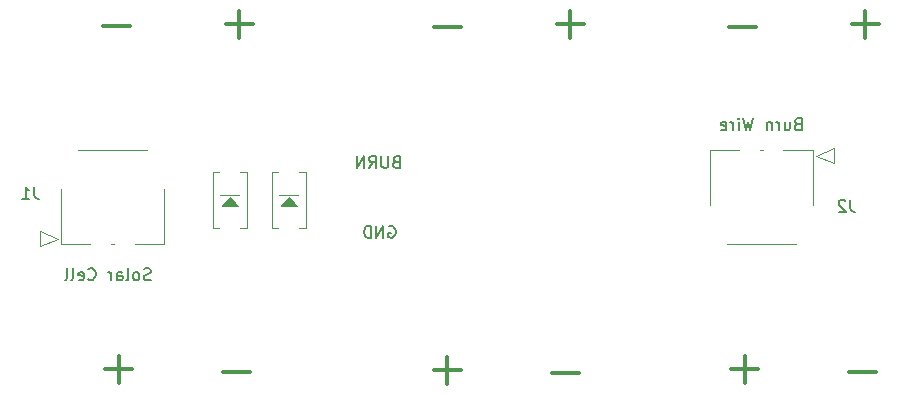
<source format=gbo>
G04 #@! TF.GenerationSoftware,KiCad,Pcbnew,(6.0.5-0)*
G04 #@! TF.CreationDate,2023-01-03T07:11:01-05:00*
G04 #@! TF.ProjectId,bottom-adapter,626f7474-6f6d-42d6-9164-61707465722e,2*
G04 #@! TF.SameCoordinates,Original*
G04 #@! TF.FileFunction,Legend,Bot*
G04 #@! TF.FilePolarity,Positive*
%FSLAX46Y46*%
G04 Gerber Fmt 4.6, Leading zero omitted, Abs format (unit mm)*
G04 Created by KiCad (PCBNEW (6.0.5-0)) date 2023-01-03 07:11:01*
%MOMM*%
%LPD*%
G01*
G04 APERTURE LIST*
%ADD10C,0.300000*%
%ADD11C,0.150000*%
%ADD12C,0.120000*%
%ADD13C,0.100000*%
%ADD14C,3.000000*%
%ADD15C,5.500000*%
%ADD16C,4.300000*%
%ADD17R,2.000000X2.000000*%
%ADD18R,1.100000X1.450000*%
%ADD19R,1.350000X2.899999*%
%ADD20R,1.700000X2.500000*%
G04 APERTURE END LIST*
D10*
X112257142Y-113185714D02*
X114542857Y-113185714D01*
X113400000Y-112042857D02*
X113400000Y-114328571D01*
X149742857Y-113314285D02*
X147457142Y-113314285D01*
X139542857Y-84114285D02*
X137257142Y-84114285D01*
X114542857Y-84114285D02*
X112257142Y-84114285D01*
X84457142Y-113085714D02*
X86742857Y-113085714D01*
X85600000Y-111942857D02*
X85600000Y-114228571D01*
D11*
X109076190Y-95528571D02*
X108933333Y-95576190D01*
X108885714Y-95623809D01*
X108838095Y-95719047D01*
X108838095Y-95861904D01*
X108885714Y-95957142D01*
X108933333Y-96004761D01*
X109028571Y-96052380D01*
X109409523Y-96052380D01*
X109409523Y-95052380D01*
X109076190Y-95052380D01*
X108980952Y-95100000D01*
X108933333Y-95147619D01*
X108885714Y-95242857D01*
X108885714Y-95338095D01*
X108933333Y-95433333D01*
X108980952Y-95480952D01*
X109076190Y-95528571D01*
X109409523Y-95528571D01*
X108409523Y-95052380D02*
X108409523Y-95861904D01*
X108361904Y-95957142D01*
X108314285Y-96004761D01*
X108219047Y-96052380D01*
X108028571Y-96052380D01*
X107933333Y-96004761D01*
X107885714Y-95957142D01*
X107838095Y-95861904D01*
X107838095Y-95052380D01*
X106790476Y-96052380D02*
X107123809Y-95576190D01*
X107361904Y-96052380D02*
X107361904Y-95052380D01*
X106980952Y-95052380D01*
X106885714Y-95100000D01*
X106838095Y-95147619D01*
X106790476Y-95242857D01*
X106790476Y-95385714D01*
X106838095Y-95480952D01*
X106885714Y-95528571D01*
X106980952Y-95576190D01*
X107361904Y-95576190D01*
X106361904Y-96052380D02*
X106361904Y-95052380D01*
X105790476Y-96052380D01*
X105790476Y-95052380D01*
D10*
X94657142Y-83885714D02*
X96942857Y-83885714D01*
X95800000Y-82742857D02*
X95800000Y-85028571D01*
X86542857Y-84014285D02*
X84257142Y-84014285D01*
X124542857Y-113414285D02*
X122257142Y-113414285D01*
X96742857Y-113314285D02*
X94457142Y-113314285D01*
D11*
X108461904Y-101000000D02*
X108557142Y-100952380D01*
X108700000Y-100952380D01*
X108842857Y-101000000D01*
X108938095Y-101095238D01*
X108985714Y-101190476D01*
X109033333Y-101380952D01*
X109033333Y-101523809D01*
X108985714Y-101714285D01*
X108938095Y-101809523D01*
X108842857Y-101904761D01*
X108700000Y-101952380D01*
X108604761Y-101952380D01*
X108461904Y-101904761D01*
X108414285Y-101857142D01*
X108414285Y-101523809D01*
X108604761Y-101523809D01*
X107985714Y-101952380D02*
X107985714Y-100952380D01*
X107414285Y-101952380D01*
X107414285Y-100952380D01*
X106938095Y-101952380D02*
X106938095Y-100952380D01*
X106700000Y-100952380D01*
X106557142Y-101000000D01*
X106461904Y-101095238D01*
X106414285Y-101190476D01*
X106366666Y-101380952D01*
X106366666Y-101523809D01*
X106414285Y-101714285D01*
X106461904Y-101809523D01*
X106557142Y-101904761D01*
X106700000Y-101952380D01*
X106938095Y-101952380D01*
D10*
X147657142Y-83885714D02*
X149942857Y-83885714D01*
X148800000Y-82742857D02*
X148800000Y-85028571D01*
X123814285Y-82757142D02*
X123814285Y-85042857D01*
X124957142Y-83900000D02*
X122671428Y-83900000D01*
X138614285Y-111967142D02*
X138614285Y-114252857D01*
X139757142Y-113110000D02*
X137471428Y-113110000D01*
D11*
X147533333Y-98752380D02*
X147533333Y-99466666D01*
X147580952Y-99609523D01*
X147676190Y-99704761D01*
X147819047Y-99752380D01*
X147914285Y-99752380D01*
X147104761Y-98847619D02*
X147057142Y-98800000D01*
X146961904Y-98752380D01*
X146723809Y-98752380D01*
X146628571Y-98800000D01*
X146580952Y-98847619D01*
X146533333Y-98942857D01*
X146533333Y-99038095D01*
X146580952Y-99180952D01*
X147152380Y-99752380D01*
X146533333Y-99752380D01*
X143071428Y-92328571D02*
X142928571Y-92376190D01*
X142880952Y-92423809D01*
X142833333Y-92519047D01*
X142833333Y-92661904D01*
X142880952Y-92757142D01*
X142928571Y-92804761D01*
X143023809Y-92852380D01*
X143404761Y-92852380D01*
X143404761Y-91852380D01*
X143071428Y-91852380D01*
X142976190Y-91900000D01*
X142928571Y-91947619D01*
X142880952Y-92042857D01*
X142880952Y-92138095D01*
X142928571Y-92233333D01*
X142976190Y-92280952D01*
X143071428Y-92328571D01*
X143404761Y-92328571D01*
X141976190Y-92185714D02*
X141976190Y-92852380D01*
X142404761Y-92185714D02*
X142404761Y-92709523D01*
X142357142Y-92804761D01*
X142261904Y-92852380D01*
X142119047Y-92852380D01*
X142023809Y-92804761D01*
X141976190Y-92757142D01*
X141500000Y-92852380D02*
X141500000Y-92185714D01*
X141500000Y-92376190D02*
X141452380Y-92280952D01*
X141404761Y-92233333D01*
X141309523Y-92185714D01*
X141214285Y-92185714D01*
X140880952Y-92185714D02*
X140880952Y-92852380D01*
X140880952Y-92280952D02*
X140833333Y-92233333D01*
X140738095Y-92185714D01*
X140595238Y-92185714D01*
X140500000Y-92233333D01*
X140452380Y-92328571D01*
X140452380Y-92852380D01*
X139309523Y-91852380D02*
X139071428Y-92852380D01*
X138880952Y-92138095D01*
X138690476Y-92852380D01*
X138452380Y-91852380D01*
X138071428Y-92852380D02*
X138071428Y-92185714D01*
X138071428Y-91852380D02*
X138119047Y-91900000D01*
X138071428Y-91947619D01*
X138023809Y-91900000D01*
X138071428Y-91852380D01*
X138071428Y-91947619D01*
X137595238Y-92852380D02*
X137595238Y-92185714D01*
X137595238Y-92376190D02*
X137547619Y-92280952D01*
X137500000Y-92233333D01*
X137404761Y-92185714D01*
X137309523Y-92185714D01*
X136595238Y-92804761D02*
X136690476Y-92852380D01*
X136880952Y-92852380D01*
X136976190Y-92804761D01*
X137023809Y-92709523D01*
X137023809Y-92328571D01*
X136976190Y-92233333D01*
X136880952Y-92185714D01*
X136690476Y-92185714D01*
X136595238Y-92233333D01*
X136547619Y-92328571D01*
X136547619Y-92423809D01*
X137023809Y-92519047D01*
X78433333Y-97652380D02*
X78433333Y-98366666D01*
X78480952Y-98509523D01*
X78576190Y-98604761D01*
X78719047Y-98652380D01*
X78814285Y-98652380D01*
X77433333Y-98652380D02*
X78004761Y-98652380D01*
X77719047Y-98652380D02*
X77719047Y-97652380D01*
X77814285Y-97795238D01*
X77909523Y-97890476D01*
X78004761Y-97938095D01*
X88295238Y-105504761D02*
X88152380Y-105552380D01*
X87914285Y-105552380D01*
X87819047Y-105504761D01*
X87771428Y-105457142D01*
X87723809Y-105361904D01*
X87723809Y-105266666D01*
X87771428Y-105171428D01*
X87819047Y-105123809D01*
X87914285Y-105076190D01*
X88104761Y-105028571D01*
X88200000Y-104980952D01*
X88247619Y-104933333D01*
X88295238Y-104838095D01*
X88295238Y-104742857D01*
X88247619Y-104647619D01*
X88200000Y-104600000D01*
X88104761Y-104552380D01*
X87866666Y-104552380D01*
X87723809Y-104600000D01*
X87152380Y-105552380D02*
X87247619Y-105504761D01*
X87295238Y-105457142D01*
X87342857Y-105361904D01*
X87342857Y-105076190D01*
X87295238Y-104980952D01*
X87247619Y-104933333D01*
X87152380Y-104885714D01*
X87009523Y-104885714D01*
X86914285Y-104933333D01*
X86866666Y-104980952D01*
X86819047Y-105076190D01*
X86819047Y-105361904D01*
X86866666Y-105457142D01*
X86914285Y-105504761D01*
X87009523Y-105552380D01*
X87152380Y-105552380D01*
X86247619Y-105552380D02*
X86342857Y-105504761D01*
X86390476Y-105409523D01*
X86390476Y-104552380D01*
X85438095Y-105552380D02*
X85438095Y-105028571D01*
X85485714Y-104933333D01*
X85580952Y-104885714D01*
X85771428Y-104885714D01*
X85866666Y-104933333D01*
X85438095Y-105504761D02*
X85533333Y-105552380D01*
X85771428Y-105552380D01*
X85866666Y-105504761D01*
X85914285Y-105409523D01*
X85914285Y-105314285D01*
X85866666Y-105219047D01*
X85771428Y-105171428D01*
X85533333Y-105171428D01*
X85438095Y-105123809D01*
X84961904Y-105552380D02*
X84961904Y-104885714D01*
X84961904Y-105076190D02*
X84914285Y-104980952D01*
X84866666Y-104933333D01*
X84771428Y-104885714D01*
X84676190Y-104885714D01*
X83009523Y-105457142D02*
X83057142Y-105504761D01*
X83200000Y-105552380D01*
X83295238Y-105552380D01*
X83438095Y-105504761D01*
X83533333Y-105409523D01*
X83580952Y-105314285D01*
X83628571Y-105123809D01*
X83628571Y-104980952D01*
X83580952Y-104790476D01*
X83533333Y-104695238D01*
X83438095Y-104600000D01*
X83295238Y-104552380D01*
X83200000Y-104552380D01*
X83057142Y-104600000D01*
X83009523Y-104647619D01*
X82200000Y-105504761D02*
X82295238Y-105552380D01*
X82485714Y-105552380D01*
X82580952Y-105504761D01*
X82628571Y-105409523D01*
X82628571Y-105028571D01*
X82580952Y-104933333D01*
X82485714Y-104885714D01*
X82295238Y-104885714D01*
X82200000Y-104933333D01*
X82152380Y-105028571D01*
X82152380Y-105123809D01*
X82628571Y-105219047D01*
X81580952Y-105552380D02*
X81676190Y-105504761D01*
X81723809Y-105409523D01*
X81723809Y-104552380D01*
X81057142Y-105552380D02*
X81152380Y-105504761D01*
X81200000Y-105409523D01*
X81200000Y-104552380D01*
D12*
X146152992Y-94365000D02*
X144628992Y-95000000D01*
X135625009Y-94575000D02*
X138129959Y-94575000D01*
X139870039Y-94575000D02*
X140129960Y-94575000D01*
X146152992Y-95635000D02*
X146152992Y-94365000D01*
X144374992Y-94575000D02*
X144374992Y-99204960D01*
X141870040Y-94575000D02*
X144374992Y-94575000D01*
X135625009Y-99204960D02*
X135625009Y-94575000D01*
X142915982Y-102525000D02*
X137084019Y-102525000D01*
X144628992Y-95000000D02*
X146152992Y-95635000D01*
X82155519Y-94525000D02*
X87987482Y-94525000D01*
X78918509Y-102685000D02*
X80442509Y-102050000D01*
X89446492Y-97845040D02*
X89446492Y-102475000D01*
X78918509Y-101415000D02*
X78918509Y-102685000D01*
X83201461Y-102475000D02*
X80696509Y-102475000D01*
X80696509Y-102475000D02*
X80696509Y-97845040D01*
X85201462Y-102475000D02*
X84941541Y-102475000D01*
X89446492Y-102475000D02*
X86941542Y-102475000D01*
X80442509Y-102050000D02*
X78918509Y-101415000D01*
X96450000Y-96425000D02*
X93550000Y-96425000D01*
X96450000Y-96425000D02*
X96450000Y-101175000D01*
X96450000Y-101175000D02*
X93550000Y-101175000D01*
X93550000Y-96425000D02*
X93550000Y-101175000D01*
X94187200Y-98368200D02*
X95736600Y-98368200D01*
G36*
X95711200Y-99308000D02*
G01*
X94365000Y-99308000D01*
X94974600Y-98495200D01*
X95711200Y-99308000D01*
G37*
D13*
X95711200Y-99308000D02*
X94365000Y-99308000D01*
X94974600Y-98495200D01*
X95711200Y-99308000D01*
D12*
X101450000Y-101175000D02*
X98550000Y-101175000D01*
X101450000Y-96425000D02*
X98550000Y-96425000D01*
X99187200Y-98368200D02*
X100736600Y-98368200D01*
X98550000Y-96425000D02*
X98550000Y-101175000D01*
X101450000Y-96425000D02*
X101450000Y-101175000D01*
G36*
X100711200Y-99308000D02*
G01*
X99365000Y-99308000D01*
X99974600Y-98495200D01*
X100711200Y-99308000D01*
G37*
D13*
X100711200Y-99308000D02*
X99365000Y-99308000D01*
X99974600Y-98495200D01*
X100711200Y-99308000D01*
%LPC*%
D14*
X86000000Y-109000000D03*
X95000000Y-109000000D03*
D15*
X163450000Y-143450000D03*
D14*
X113800000Y-109100000D03*
X122800000Y-109100000D03*
X148000000Y-88000000D03*
X139000000Y-88000000D03*
X95000000Y-88000000D03*
X86000000Y-88000000D03*
X123300000Y-87800000D03*
X114300000Y-87800000D03*
D16*
X161364000Y-58495000D03*
D17*
X117000000Y-101500000D03*
D15*
X73550000Y-53550000D03*
D17*
X127000000Y-101500000D03*
D16*
X161364000Y-138505000D03*
D14*
X139000000Y-109000000D03*
X148000000Y-109000000D03*
D17*
X112000000Y-101500000D03*
X127000000Y-95500000D03*
D16*
X75639000Y-134695000D03*
X75639000Y-61035000D03*
D15*
X73550000Y-143450000D03*
D17*
X122000000Y-101500000D03*
X122000000Y-95500000D03*
X112000000Y-95500000D03*
D15*
X163450000Y-53550000D03*
D17*
X117000000Y-95500000D03*
D18*
X141000000Y-95000000D03*
X138999999Y-95000000D03*
D19*
X143894998Y-100974999D03*
X136105003Y-100974999D03*
D18*
X84071501Y-102050000D03*
X86071502Y-102050000D03*
D19*
X81176503Y-96075001D03*
X88966498Y-96075001D03*
D20*
X95000000Y-96800000D03*
X95000000Y-100800000D03*
X100000000Y-96800000D03*
X100000000Y-100800000D03*
M02*

</source>
